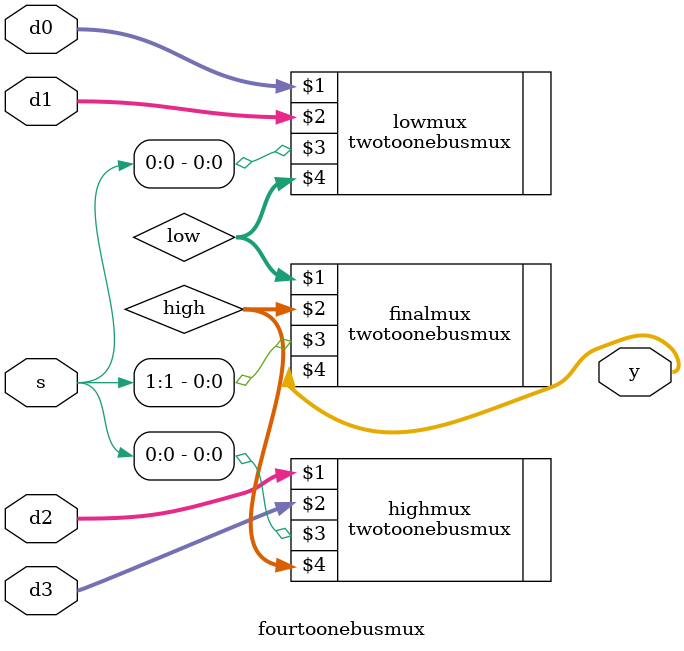
<source format=sv>
module fourtoonebusmux(input logic [15:0] d0,d1,d2,d3,
							  input logic [1:0] s,
							  output logic [15:0] y);
							  
	logic [15:0] low, high;
	
	twotoonebusmux #(16) lowmux(d0,d1,s[0],low);
	twotoonebusmux #(16) highmux(d2,d3,s[0],high);
	twotoonebusmux #(16) finalmux(low,high,s[1],y);
endmodule

</source>
